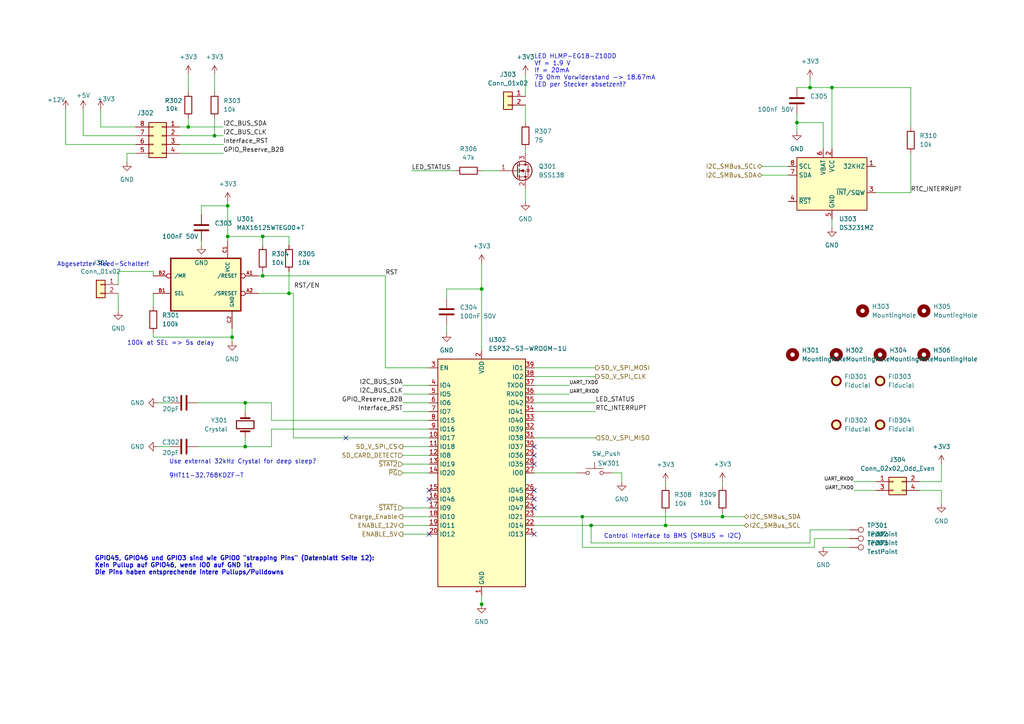
<source format=kicad_sch>
(kicad_sch (version 20211123) (generator eeschema)
  (paper "A4")
  (title_block (date "2022-01-24"))
  (lib_symbols
    (symbol "Connector:TestPoint" (pin_numbers hide) (pin_names (offset 0.762) hide)
      (property "Reference" "TP" (at 0 6.858 0))
      (property "Value" "TestPoint" (at 0 5.08 0))
      (symbol "TestPoint_0_1"
        (circle (center 0 3.302) (radius 0.762))
      )
      (symbol "TestPoint_1_1"
        (pin passive line (at 0 0 90) (length 2.54) (name "1") (number "1"))
      )
    )
    (symbol "Connector_Generic:Conn_01x02" (pin_names (offset 1.016) hide)
      (property "Reference" "J" (at 0 2.54 0))
      (property "Value" "Conn_01x02" (at 0 -5.08 0))
      (symbol "Conn_01x02_1_1"
        (rectangle (start -1.27 -2.413) (end 0 -2.667) (stroke (width 0.1524)))
        (rectangle (start -1.27 0.127) (end 0 -0.127) (stroke (width 0.1524)))
        (rectangle (start -1.27 1.27) (end 1.27 -3.81) (stroke (width 0.254)) (fill (type background)))
        (pin passive line (at -5.08 0 0) (length 3.81) (name "Pin_1") (number "1"))
        (pin passive line (at -5.08 -2.54 0) (length 3.81) (name "Pin_2") (number "2"))
      )
    )
    (symbol "Connector_Generic:Conn_02x02_Odd_Even" (pin_names (offset 1.016) hide)
      (property "Reference" "J" (at 1.27 2.54 0))
      (property "Value" "Conn_02x02_Odd_Even" (at 1.27 -5.08 0))
      (symbol "Conn_02x02_Odd_Even_1_1"
        (rectangle (start -1.27 -2.413) (end 0 -2.667) (stroke (width 0.1524)))
        (rectangle (start -1.27 0.127) (end 0 -0.127) (stroke (width 0.1524)))
        (rectangle (start -1.27 1.27) (end 3.81 -3.81) (stroke (width 0.254)) (fill (type background)))
        (rectangle (start 3.81 -2.413) (end 2.54 -2.667) (stroke (width 0.1524)))
        (rectangle (start 3.81 0.127) (end 2.54 -0.127) (stroke (width 0.1524)))
        (pin passive line (at -5.08 0 0) (length 3.81) (name "Pin_1") (number "1"))
        (pin passive line (at 7.62 0 180) (length 3.81) (name "Pin_2") (number "2"))
        (pin passive line (at -5.08 -2.54 0) (length 3.81) (name "Pin_3") (number "3"))
        (pin passive line (at 7.62 -2.54 180) (length 3.81) (name "Pin_4") (number "4"))
      )
    )
    (symbol "Connector_Generic:Conn_02x04_Counter_Clockwise" (pin_names (offset 1.016) hide)
      (property "Reference" "J" (at 1.27 5.08 0))
      (property "Value" "Conn_02x04_Counter_Clockwise" (at 1.27 -7.62 0))
      (symbol "Conn_02x04_Counter_Clockwise_1_1"
        (rectangle (start -1.27 -4.953) (end 0 -5.207) (stroke (width 0.1524)))
        (rectangle (start -1.27 -2.413) (end 0 -2.667) (stroke (width 0.1524)))
        (rectangle (start -1.27 0.127) (end 0 -0.127) (stroke (width 0.1524)))
        (rectangle (start -1.27 2.667) (end 0 2.413) (stroke (width 0.1524)))
        (rectangle (start -1.27 3.81) (end 3.81 -6.35) (stroke (width 0.254)) (fill (type background)))
        (rectangle (start 3.81 -4.953) (end 2.54 -5.207) (stroke (width 0.1524)))
        (rectangle (start 3.81 -2.413) (end 2.54 -2.667) (stroke (width 0.1524)))
        (rectangle (start 3.81 0.127) (end 2.54 -0.127) (stroke (width 0.1524)))
        (rectangle (start 3.81 2.667) (end 2.54 2.413) (stroke (width 0.1524)))
        (pin passive line (at -5.08 2.54 0) (length 3.81) (name "Pin_1") (number "1"))
        (pin passive line (at -5.08 0 0) (length 3.81) (name "Pin_2") (number "2"))
        (pin passive line (at -5.08 -2.54 0) (length 3.81) (name "Pin_3") (number "3"))
        (pin passive line (at -5.08 -5.08 0) (length 3.81) (name "Pin_4") (number "4"))
        (pin passive line (at 7.62 -5.08 180) (length 3.81) (name "Pin_5") (number "5"))
        (pin passive line (at 7.62 -2.54 180) (length 3.81) (name "Pin_6") (number "6"))
        (pin passive line (at 7.62 0 180) (length 3.81) (name "Pin_7") (number "7"))
        (pin passive line (at 7.62 2.54 180) (length 3.81) (name "Pin_8") (number "8"))
      )
    )
    (symbol "Device:C" (pin_numbers hide) (pin_names (offset 0.254))
      (property "Reference" "C" (at 0.635 2.54 0))
      (property "Value" "C" (at 0.635 -2.54 0))
      (symbol "C_0_1"
        (polyline (pts (xy -2.032 -0.762) (xy 2.032 -0.762)) (stroke (width 0.508)))
        (polyline (pts (xy -2.032 0.762) (xy 2.032 0.762)) (stroke (width 0.508)))
      )
      (symbol "C_1_1"
        (pin passive line (at 0 3.81 270) (length 2.794) (name "~") (number "1"))
        (pin passive line (at 0 -3.81 90) (length 2.794) (name "~") (number "2"))
      )
    )
    (symbol "Device:Crystal" (pin_numbers hide) (pin_names (offset 1.016) hide)
      (property "Reference" "Y" (at 0 3.81 0))
      (property "Value" "Crystal" (at 0 -3.81 0))
      (symbol "Crystal_0_1"
        (rectangle (start -1.143 2.54) (end 1.143 -2.54) (stroke (width 0.3048)))
        (polyline (pts (xy -2.54 0) (xy -1.905 0)))
        (polyline (pts (xy -1.905 -1.27) (xy -1.905 1.27)) (stroke (width 0.508)))
        (polyline (pts (xy 1.905 -1.27) (xy 1.905 1.27)) (stroke (width 0.508)))
        (polyline (pts (xy 2.54 0) (xy 1.905 0)))
      )
      (symbol "Crystal_1_1"
        (pin passive line (at -3.81 0 0) (length 1.27) (name "1") (number "1"))
        (pin passive line (at 3.81 0 180) (length 1.27) (name "2") (number "2"))
      )
    )
    (symbol "Device:R" (pin_numbers hide) (pin_names (offset 0))
      (property "Reference" "R" (at 2.032 0 90))
      (property "Value" "R" (at 0 0 90))
      (symbol "R_0_1"
        (rectangle (start -1.016 -2.54) (end 1.016 2.54) (stroke (width 0.254)))
      )
      (symbol "R_1_1"
        (pin passive line (at 0 3.81 270) (length 1.27) (name "~") (number "1"))
        (pin passive line (at 0 -3.81 90) (length 1.27) (name "~") (number "2"))
      )
    )
    (symbol "HER_Symbole:ESP32-S3-WROOM-1U"
      (property "Reference" "U" (at -12.7 34.29 0))
      (property "Value" "ESP32-S3-WROOM-1U" (at 1.27 34.29 0))
      (symbol "ESP32-S3-WROOM-1U_0_1"
        (rectangle (start -12.7 33.02) (end 12.7 -33.02) (stroke (width 0.254)) (fill (type background)))
      )
      (symbol "ESP32-S3-WROOM-1U_1_1"
        (pin power_in line (at 0 -35.56 90) (length 2.54) (name "GND") (number "1"))
        (pin bidirectional line (at -15.24 10.16 0) (length 2.54) (name "IO17") (number "10"))
        (pin bidirectional line (at -15.24 7.62 0) (length 2.54) (name "IO18") (number "11"))
        (pin bidirectional line (at -15.24 5.08 0) (length 2.54) (name "IO8") (number "12"))
        (pin bidirectional line (at -15.24 2.54 0) (length 2.54) (name "IO19") (number "13"))
        (pin bidirectional line (at -15.24 0 0) (length 2.54) (name "IO20") (number "14"))
        (pin bidirectional line (at -15.24 -5.08 0) (length 2.54) (name "IO3") (number "15"))
        (pin bidirectional line (at -15.24 -7.62 0) (length 2.54) (name "IO46") (number "16"))
        (pin bidirectional line (at -15.24 -10.16 0) (length 2.54) (name "IO9") (number "17"))
        (pin bidirectional line (at -15.24 -12.7 0) (length 2.54) (name "IO10") (number "18"))
        (pin bidirectional line (at -15.24 -15.24 0) (length 2.54) (name "IO11") (number "19"))
        (pin power_in line (at 0 35.56 270) (length 2.54) (name "VDD") (number "2"))
        (pin bidirectional line (at -15.24 -17.78 0) (length 2.54) (name "IO12") (number "20"))
        (pin bidirectional line (at 15.24 -17.78 180) (length 2.54) (name "IO13") (number "21"))
        (pin bidirectional line (at 15.24 -15.24 180) (length 2.54) (name "IO14") (number "22"))
        (pin bidirectional line (at 15.24 -12.7 180) (length 2.54) (name "IO21") (number "23"))
        (pin bidirectional line (at 15.24 -10.16 180) (length 2.54) (name "IO47") (number "24"))
        (pin bidirectional line (at 15.24 -7.62 180) (length 2.54) (name "IO48") (number "25"))
        (pin bidirectional line (at 15.24 -5.08 180) (length 2.54) (name "IO45") (number "26"))
        (pin bidirectional line (at 15.24 0 180) (length 2.54) (name "IO0") (number "27"))
        (pin bidirectional line (at 15.24 2.54 180) (length 2.54) (name "IO35") (number "28"))
        (pin bidirectional line (at 15.24 5.08 180) (length 2.54) (name "IO36") (number "29"))
        (pin input line (at -15.24 30.48 0) (length 2.54) (name "EN") (number "3"))
        (pin bidirectional line (at 15.24 7.62 180) (length 2.54) (name "IO37") (number "30"))
        (pin bidirectional line (at 15.24 10.16 180) (length 2.54) (name "IO38") (number "31"))
        (pin bidirectional line (at 15.24 12.7 180) (length 2.54) (name "IO39") (number "32"))
        (pin bidirectional line (at 15.24 15.24 180) (length 2.54) (name "IO40") (number "33"))
        (pin bidirectional line (at 15.24 17.78 180) (length 2.54) (name "IO41") (number "34"))
        (pin bidirectional line (at 15.24 20.32 180) (length 2.54) (name "IO42") (number "35"))
        (pin bidirectional line (at 15.24 22.86 180) (length 2.54) (name "RXD0") (number "36"))
        (pin bidirectional line (at 15.24 25.4 180) (length 2.54) (name "TXD0") (number "37"))
        (pin bidirectional line (at 15.24 27.94 180) (length 2.54) (name "IO2") (number "38"))
        (pin bidirectional line (at 15.24 30.48 180) (length 2.54) (name "IO1") (number "39"))
        (pin bidirectional line (at -15.24 25.4 0) (length 2.54) (name "IO4") (number "4"))
        (pin passive line (at 0 -35.56 90) (length 2.54) hide (name "GND") (number "40"))
        (pin bidirectional line (at -15.24 22.86 0) (length 2.54) (name "IO5") (number "5"))
        (pin bidirectional line (at -15.24 20.32 0) (length 2.54) (name "IO6") (number "6"))
        (pin bidirectional line (at -15.24 17.78 0) (length 2.54) (name "IO7") (number "7"))
        (pin bidirectional line (at -15.24 15.24 0) (length 2.54) (name "IO15") (number "8"))
        (pin bidirectional line (at -15.24 12.7 0) (length 2.54) (name "IO16") (number "9"))
        (pin passive line (at 0 -35.56 90) (length 2.54) hide (name "GND") (number "EPAD"))
      )
    )
    (symbol "MAX6071ANT25_T:MAX16124{slash}5" (pin_names (offset 1.016))
      (property "Reference" "U?" (at 9.4997 17.78 0))
      (property "Value" "MAX16124/5" (at 9.4997 15.24 0))
      (symbol "MAX16124{slash}5_0_0"
        (rectangle (start -10.16 -7.62) (end 10.16 7.62) (stroke (width 0.41)) (fill (type background)))
        (pin output inverted (at 15.24 2.54 180) (length 5.08) (name "/RESET") (number "A1"))
        (pin output inverted (at 15.24 -2.54 180) (length 5.08) (name "/SRESET") (number "A2"))
        (pin input line (at -15.24 -2.54 0) (length 5.08) (name "SEL") (number "B1"))
        (pin input inverted (at -15.24 2.54 0) (length 5.08) (name "/MR") (number "B2"))
        (pin power_in line (at 6.35 12.7 270) (length 5.08) (name "VCC") (number "C1"))
        (pin power_in line (at 7.62 -12.7 90) (length 5.08) (name "GND") (number "C2"))
      )
    )
    (symbol "Mechanical:Fiducial"
      (property "Reference" "FID" (at 0 5.08 0))
      (property "Value" "Fiducial" (at 0 3.175 0))
      (symbol "Fiducial_0_1"
        (circle (center 0 0) (radius 1.27) (stroke (width 0.508)) (fill (type background)))
      )
    )
    (symbol "Mechanical:MountingHole" (pin_names (offset 1.016))
      (property "Reference" "H" (at 0 5.08 0))
      (property "Value" "MountingHole" (at 0 3.175 0))
      (symbol "MountingHole_0_1"
        (circle (center 0 0) (radius 1.27) (stroke (width 1.27)))
      )
    )
    (symbol "Switch:SW_Push" (pin_numbers hide) (pin_names (offset 1.016) hide)
      (property "Reference" "SW" (at 1.27 2.54 0))
      (property "Value" "SW_Push" (at 0 -1.524 0))
      (symbol "SW_Push_0_1"
        (circle (center -2.032 0) (radius 0.508))
        (polyline (pts (xy 0 1.27) (xy 0 3.048)))
        (polyline (pts (xy 2.54 1.27) (xy -2.54 1.27)))
        (circle (center 2.032 0) (radius 0.508))
        (pin passive line (at -5.08 0 0) (length 2.54) (name "1") (number "1"))
        (pin passive line (at 5.08 0 180) (length 2.54) (name "2") (number "2"))
      )
    )
    (symbol "Timer_RTC:DS3231MZ"
      (property "Reference" "U" (at -7.62 8.89 0))
      (property "Value" "DS3231MZ" (at 11.43 8.89 0))
      (symbol "DS3231MZ_0_1"
        (rectangle (start -10.16 7.62) (end 10.16 -7.62) (stroke (width 0.254)) (fill (type background)))
      )
      (symbol "DS3231MZ_1_1"
        (pin open_collector line (at 12.7 5.08 180) (length 2.54) (name "32KHZ") (number "1"))
        (pin power_in line (at 0 10.16 270) (length 2.54) (name "VCC") (number "2"))
        (pin open_collector line (at 12.7 -2.54 180) (length 2.54) (name "~{INT}/SQW") (number "3"))
        (pin bidirectional line (at -12.7 -5.08 0) (length 2.54) (name "~{RST}") (number "4"))
        (pin power_in line (at 0 -10.16 90) (length 2.54) (name "GND") (number "5"))
        (pin power_in line (at -2.54 10.16 270) (length 2.54) (name "VBAT") (number "6"))
        (pin bidirectional line (at -12.7 2.54 0) (length 2.54) (name "SDA") (number "7"))
        (pin input line (at -12.7 5.08 0) (length 2.54) (name "SCL") (number "8"))
      )
    )
    (symbol "Transistor_FET:BSS138" (pin_names hide)
      (property "Reference" "Q" (at 5.08 1.905 0))
      (property "Value" "BSS138" (at 5.08 0 0))
      (symbol "BSS138_0_1"
        (polyline (pts (xy 0.254 0) (xy -2.54 0)))
        (polyline (pts (xy 0.254 1.905) (xy 0.254 -1.905)) (stroke (width 0.254)))
        (polyline (pts (xy 0.762 -1.27) (xy 0.762 -2.286)) (stroke (width 0.254)))
        (polyline (pts (xy 0.762 0.508) (xy 0.762 -0.508)) (stroke (width 0.254)))
        (polyline (pts (xy 0.762 2.286) (xy 0.762 1.27)) (stroke (width 0.254)))
        (polyline (pts (xy 2.54 2.54) (xy 2.54 1.778)))
        (polyline (pts (xy 2.54 -2.54) (xy 2.54 0) (xy 0.762 0)))
        (polyline (pts (xy 0.762 -1.778) (xy 3.302 -1.778) (xy 3.302 1.778) (xy 0.762 1.778)))
        (polyline (pts (xy 1.016 0) (xy 2.032 0.381) (xy 2.032 -0.381) (xy 1.016 0)) (fill (type outline)))
        (polyline (pts (xy 2.794 0.508) (xy 2.921 0.381) (xy 3.683 0.381) (xy 3.81 0.254)))
        (polyline (pts (xy 3.302 0.381) (xy 2.921 -0.254) (xy 3.683 -0.254) (xy 3.302 0.381)))
        (circle (center 1.651 0) (radius 2.794) (stroke (width 0.254)))
        (circle (center 2.54 -1.778) (radius 0.254) (fill (type outline)))
        (circle (center 2.54 1.778) (radius 0.254) (fill (type outline)))
      )
      (symbol "BSS138_1_1"
        (pin input line (at -5.08 0 0) (length 2.54) (name "G") (number "1"))
        (pin passive line (at 2.54 -5.08 90) (length 2.54) (name "S") (number "2"))
        (pin passive line (at 2.54 5.08 270) (length 2.54) (name "D") (number "3"))
      )
    )
    (symbol "power:+12V" (power) (pin_names (offset 0))
      (property "Value" "+12V" (at 0 3.556 0))
      (symbol "+12V_0_1"
        (polyline (pts (xy -0.762 1.27) (xy 0 2.54)))
        (polyline (pts (xy 0 0) (xy 0 2.54)))
        (polyline (pts (xy 0 2.54) (xy 0.762 1.27)))
      )
      (symbol "+12V_1_1"
        (pin power_in line (at 0 0 90) (length 0) hide (name "+12V") (number "1"))
      )
    )
    (symbol "power:+3.3V" (power) (pin_names (offset 0))
      (property "Value" "+3.3V" (at 0 3.556 0))
      (symbol "+3.3V_0_1"
        (polyline (pts (xy -0.762 1.27) (xy 0 2.54)))
        (polyline (pts (xy 0 0) (xy 0 2.54)))
        (polyline (pts (xy 0 2.54) (xy 0.762 1.27)))
      )
      (symbol "+3.3V_1_1"
        (pin power_in line (at 0 0 90) (length 0) hide (name "+3V3") (number "1"))
      )
    )
    (symbol "power:+5V" (power) (pin_names (offset 0))
      (property "Value" "+5V" (at 0 3.556 0))
      (symbol "+5V_0_1"
        (polyline (pts (xy -0.762 1.27) (xy 0 2.54)))
        (polyline (pts (xy 0 0) (xy 0 2.54)))
        (polyline (pts (xy 0 2.54) (xy 0.762 1.27)))
      )
      (symbol "+5V_1_1"
        (pin power_in line (at 0 0 90) (length 0) hide (name "+5V") (number "1"))
      )
    )
    (symbol "power:GND" (power) (pin_names (offset 0))
      (property "Value" "GND" (at 0 -3.81 0))
      (symbol "GND_0_1"
        (polyline (pts (xy 0 0) (xy 0 -1.27) (xy 1.27 -1.27) (xy 0 -2.54) (xy -1.27 -1.27) (xy 0 -1.27)))
      )
      (symbol "GND_1_1"
        (pin power_in line (at 0 0 270) (length 0) hide (name "GND") (number "1"))
      )
    )
  )
  (junction (at 71.12 129.54))
  (junction (at 234.95 25.4))
  (junction (at 139.7 83.82))
  (junction (at 231.14 35.56))
  (junction (at 67.31 97.79))
  (junction (at 193.04 152.4))
  (junction (at 76.2 80.01))
  (junction (at 76.2 68.58))
  (junction (at 168.91 149.86))
  (junction (at 62.23 39.37))
  (junction (at 139.7 175.26))
  (junction (at 83.82 85.09))
  (junction (at 71.12 116.84))
  (junction (at 171.45 152.4))
  (junction (at 54.61 36.83))
  (junction (at 66.04 68.58))
  (junction (at 209.55 149.86))
  (junction (at 66.04 59.69))
  (junction (at 241.3 25.4))
  (no_connect (at 124.46 154.94))
  (no_connect (at 100.33 127))
  (no_connect (at 154.94 134.62))
  (no_connect (at 154.94 132.08))
  (no_connect (at 154.94 129.54))
  (no_connect (at 154.94 154.94))
  (no_connect (at 154.94 147.32))
  (no_connect (at 154.94 144.78))
  (no_connect (at 154.94 142.24))
  (no_connect (at 124.46 142.24))
  (no_connect (at 124.46 144.78))
  (wire (pts (xy 71.12 116.84) (xy 57.15 116.84)))
  (wire (pts (xy 264.16 36.83) (xy 264.16 25.4)))
  (wire (pts (xy 129.54 94.234) (xy 129.54 96.52)))
  (wire (pts (xy 71.12 116.84) (xy 78.74 116.84)))
  (wire (pts (xy 62.23 34.29) (xy 62.23 39.37)))
  (wire (pts (xy 54.61 36.83) (xy 64.77 36.83)))
  (wire (pts (xy 154.94 119.38) (xy 172.72 119.38)))
  (wire (pts (xy 116.84 116.84) (xy 124.46 116.84)))
  (wire (pts (xy 39.37 44.45) (xy 36.83 44.45)))
  (wire (pts (xy 247.65 139.7) (xy 254 139.7)))
  (wire (pts (xy 231.14 35.56) (xy 231.14 38.1)))
  (wire (pts (xy 180.34 137.16) (xy 180.34 139.7)))
  (wire (pts (xy 193.04 148.59) (xy 193.04 152.4)))
  (wire (pts (xy 171.45 157.48) (xy 234.95 157.48)))
  (wire (pts (xy 238.76 35.56) (xy 231.14 35.56)))
  (wire (pts (xy 193.04 139.827) (xy 193.04 140.97)))
  (wire (pts (xy 83.82 78.74) (xy 83.82 85.09)))
  (wire (pts (xy 24.13 31.75) (xy 24.13 39.37)))
  (wire (pts (xy 67.31 97.79) (xy 67.31 99.06)))
  (wire (pts (xy 154.94 114.3) (xy 165.1 114.3)))
  (wire (pts (xy 209.55 139.7) (xy 209.55 140.97)))
  (wire (pts (xy 154.94 152.4) (xy 171.45 152.4)))
  (wire (pts (xy 154.94 111.76) (xy 165.1 111.76)))
  (wire (pts (xy 34.29 78.74) (xy 34.29 82.55)))
  (wire (pts (xy 220.98 50.8) (xy 228.6 50.8)))
  (wire (pts (xy 247.65 142.24) (xy 254 142.24)))
  (wire (pts (xy 234.95 153.67) (xy 246.38 153.67)))
  (wire (pts (xy 234.95 157.48) (xy 234.95 153.67)))
  (wire (pts (xy 52.07 41.91) (xy 64.77 41.91)))
  (wire (pts (xy 154.94 127) (xy 172.72 127)))
  (wire (pts (xy 76.2 80.01) (xy 74.93 80.01)))
  (wire (pts (xy 71.12 129.54) (xy 57.15 129.54)))
  (wire (pts (xy 129.54 83.82) (xy 129.54 86.614)))
  (wire (pts (xy 58.42 59.69) (xy 66.04 59.69)))
  (wire (pts (xy 154.94 106.68) (xy 172.72 106.68)))
  (wire (pts (xy 71.12 127) (xy 71.12 129.54)))
  (wire (pts (xy 44.45 85.09) (xy 44.45 88.9)))
  (wire (pts (xy 209.55 149.86) (xy 215.9 149.86)))
  (wire (pts (xy 49.53 116.84) (xy 45.72 116.84)))
  (wire (pts (xy 154.94 109.22) (xy 172.72 109.22)))
  (wire (pts (xy 52.07 39.37) (xy 62.23 39.37)))
  (wire (pts (xy 238.76 158.75) (xy 246.38 158.75)))
  (wire (pts (xy 116.84 132.08) (xy 124.46 132.08)))
  (wire (pts (xy 66.04 58.42) (xy 66.04 59.69)))
  (wire (pts (xy 85.09 127) (xy 124.46 127)))
  (wire (pts (xy 168.91 149.86) (xy 209.55 149.86)))
  (wire (pts (xy 116.84 149.86) (xy 124.46 149.86)))
  (wire (pts (xy 116.84 154.94) (xy 124.46 154.94)))
  (wire (pts (xy 129.54 83.82) (xy 139.7 83.82)))
  (wire (pts (xy 58.42 69.85) (xy 58.42 71.12)))
  (wire (pts (xy 266.7 142.24) (xy 273.05 142.24)))
  (wire (pts (xy 152.4 43.18) (xy 152.4 44.45)))
  (wire (pts (xy 76.2 68.58) (xy 83.82 68.58)))
  (wire (pts (xy 76.2 71.12) (xy 76.2 68.58)))
  (wire (pts (xy 171.45 152.4) (xy 171.45 157.48)))
  (wire (pts (xy 119.38 49.53) (xy 132.08 49.53)))
  (wire (pts (xy 238.76 43.18) (xy 238.76 35.56)))
  (wire (pts (xy 168.91 158.75) (xy 168.91 149.86)))
  (wire (pts (xy 52.07 44.45) (xy 64.77 44.45)))
  (wire (pts (xy 78.74 124.46) (xy 124.46 124.46)))
  (wire (pts (xy 83.82 71.12) (xy 83.82 68.58)))
  (wire (pts (xy 49.53 129.54) (xy 45.72 129.54)))
  (wire (pts (xy 266.7 139.7) (xy 273.05 139.7)))
  (wire (pts (xy 231.14 33.02) (xy 231.14 35.56)))
  (wire (pts (xy 83.82 85.09) (xy 85.09 85.09)))
  (wire (pts (xy 54.61 34.29) (xy 54.61 36.83)))
  (wire (pts (xy 171.45 152.4) (xy 193.04 152.4)))
  (wire (pts (xy 116.84 114.3) (xy 124.46 114.3)))
  (wire (pts (xy 116.84 111.76) (xy 124.46 111.76)))
  (wire (pts (xy 71.12 129.54) (xy 78.74 129.54)))
  (wire (pts (xy 58.42 62.23) (xy 58.42 59.69)))
  (wire (pts (xy 116.84 137.16) (xy 124.46 137.16)))
  (wire (pts (xy 85.09 85.09) (xy 85.09 127)))
  (wire (pts (xy 139.7 76.454) (xy 139.7 83.82)))
  (wire (pts (xy 234.95 22.86) (xy 234.95 25.4)))
  (wire (pts (xy 152.4 21.59) (xy 152.4 27.94)))
  (wire (pts (xy 111.76 80.01) (xy 76.2 80.01)))
  (wire (pts (xy 19.05 41.91) (xy 39.37 41.91)))
  (wire (pts (xy 236.22 156.21) (xy 236.22 158.75)))
  (wire (pts (xy 62.23 21.59) (xy 62.23 26.67)))
  (wire (pts (xy 116.84 152.4) (xy 124.46 152.4)))
  (wire (pts (xy 66.04 68.58) (xy 76.2 68.58)))
  (wire (pts (xy 78.74 116.84) (xy 78.74 121.92)))
  (wire (pts (xy 116.84 134.62) (xy 124.46 134.62)))
  (wire (pts (xy 152.4 54.61) (xy 152.4 58.42)))
  (wire (pts (xy 34.29 85.09) (xy 34.29 90.17)))
  (wire (pts (xy 236.22 158.75) (xy 168.91 158.75)))
  (wire (pts (xy 139.7 49.53) (xy 144.78 49.53)))
  (wire (pts (xy 264.16 55.88) (xy 254 55.88)))
  (wire (pts (xy 116.84 129.54) (xy 124.46 129.54)))
  (wire (pts (xy 44.45 97.79) (xy 44.45 96.52)))
  (wire (pts (xy 241.3 63.5) (xy 241.3 66.04)))
  (wire (pts (xy 124.46 121.92) (xy 78.74 121.92)))
  (wire (pts (xy 52.07 36.83) (xy 54.61 36.83)))
  (wire (pts (xy 154.94 149.86) (xy 168.91 149.86)))
  (wire (pts (xy 29.21 36.83) (xy 39.37 36.83)))
  (wire (pts (xy 246.38 156.21) (xy 236.22 156.21)))
  (wire (pts (xy 154.94 137.16) (xy 167.386 137.16)))
  (wire (pts (xy 62.23 39.37) (xy 64.77 39.37)))
  (wire (pts (xy 231.14 25.4) (xy 234.95 25.4)))
  (wire (pts (xy 116.84 147.32) (xy 124.46 147.32)))
  (wire (pts (xy 154.94 116.84) (xy 172.72 116.84)))
  (wire (pts (xy 44.45 78.74) (xy 44.45 80.01)))
  (wire (pts (xy 152.4 30.48) (xy 152.4 35.56)))
  (wire (pts (xy 241.3 43.18) (xy 241.3 25.4)))
  (wire (pts (xy 74.93 85.09) (xy 83.82 85.09)))
  (wire (pts (xy 44.45 97.79) (xy 67.31 97.79)))
  (wire (pts (xy 54.61 21.59) (xy 54.61 26.67)))
  (wire (pts (xy 234.95 25.4) (xy 241.3 25.4)))
  (wire (pts (xy 209.55 148.59) (xy 209.55 149.86)))
  (wire (pts (xy 264.16 44.45) (xy 264.16 55.88)))
  (wire (pts (xy 139.7 172.72) (xy 139.7 175.26)))
  (wire (pts (xy 241.3 25.4) (xy 264.16 25.4)))
  (wire (pts (xy 139.7 83.82) (xy 139.7 101.6)))
  (wire (pts (xy 177.546 137.16) (xy 180.34 137.16)))
  (wire (pts (xy 19.05 31.75) (xy 19.05 41.91)))
  (wire (pts (xy 116.84 119.38) (xy 124.46 119.38)))
  (wire (pts (xy 78.74 129.54) (xy 78.74 124.46)))
  (wire (pts (xy 76.2 78.74) (xy 76.2 80.01)))
  (wire (pts (xy 34.29 78.74) (xy 44.45 78.74)))
  (wire (pts (xy 193.04 152.4) (xy 215.9 152.4)))
  (wire (pts (xy 139.7 175.26) (xy 139.7 175.387)))
  (wire (pts (xy 273.05 134.62) (xy 273.05 139.7)))
  (wire (pts (xy 273.05 142.24) (xy 273.05 146.05)))
  (wire (pts (xy 67.31 95.25) (xy 67.31 97.79)))
  (wire (pts (xy 71.12 116.84) (xy 71.12 119.38)))
  (wire (pts (xy 111.76 106.68) (xy 124.46 106.68)))
  (wire (pts (xy 220.98 48.26) (xy 228.6 48.26)))
  (wire (pts (xy 29.21 31.75) (xy 29.21 36.83)))
  (wire (pts (xy 36.83 44.45) (xy 36.83 46.99)))
  (wire (pts (xy 66.04 59.69) (xy 66.04 68.58)))
  (wire (pts (xy 24.13 39.37) (xy 39.37 39.37)))
  (wire (pts (xy 111.76 106.68) (xy 111.76 80.01)))
  (wire (pts (xy 66.04 68.58) (xy 66.04 69.85)))
  (text "Use external 32kHz Crystal for deep sleep?\n\n9HT11-32.768KDZF-T " (at 49.022 138.811 0) (effects (font (size 1.27 1.27)) (justify left bottom)))
  (text "100k at SEL => 5s delay" (at 36.83 100.33 0) (effects (font (size 1.27 1.27)) (justify left bottom)))
  (text "Control Interface to BMS (SMBUS = I2C)" (at 175.133 156.337 0) (effects (font (size 1.27 1.27)) (justify left bottom)))
  (text "LED HLMP-EG1B-Z10DD\nVf = 1.9 V\nIf = 20mA\n75 Ohm Vorwiderstand -> 18.67mA\nLED per Stecker absetzen!?" (at 154.94 25.4 0) (effects (font (size 1.27 1.27)) (justify left bottom)))
  (text "GPIO45, GPIO46 und GPIO3 sind wie GPIO0 \"strapping Pins\" (Datenblatt Seite 12):\nKein Pullup auf GPIO46, wenn IO0 auf GND ist\nDie Pins haben entsprechende intere Pullups/Pulldowns \n" (at 27.432 166.878 0) (effects (font (size 1.27 1.27) (thickness 0.254) bold) (justify left bottom)))
  (text "Abgesetzter Reed-Schalter!" (at 16.51 77.47 0) (effects (font (size 1.27 1.27)) (justify left bottom)))
  (label "GPIO_Reserve_B2B" (at 116.84 116.84 180))
  (label "I2C_BUS_SDA" (at 116.84 111.76 180))
  (label "UART_TXD0" (at 247.65 142.24 180) (effects (font (size 1.016 1.016))))
  (label "Interface_RST" (at 116.84 119.38 180))
  (label "RST" (at 111.76 80.01 0))
  (label "RST{slash}EN" (at 92.71 83.82 180))
  (label "I2C_BUS_CLK" (at 64.77 39.37 0))
  (label "UART_RXD0" (at 247.65 139.7 180) (effects (font (size 1.016 1.016))))
  (label "LED_STATUS" (at 172.72 116.84 0))
  (label "RTC_INTERRUPT" (at 172.72 119.38 0))
  (label "I2C_BUS_SDA" (at 64.77 36.83 0))
  (label "UART_RXD0" (at 165.1 114.3 0) (effects (font (size 1.016 1.016))))
  (label "LED_STATUS" (at 119.38 49.53 0))
  (label "UART_TXD0" (at 165.1 111.76 0) (effects (font (size 1.016 1.016))))
  (label "Interface_RST" (at 64.77 41.91 0))
  (label "GPIO_Reserve_B2B" (at 64.77 44.45 0))
  (label "RTC_INTERRUPT" (at 264.16 55.88 0))
  (label "I2C_BUS_CLK" (at 116.84 114.3 180))
  (hierarchical_label "I2C_SMBus_SDA" (shape bidirectional) (at 220.98 50.8 180))
  (hierarchical_label "I2C_SMBus_SCL" (shape bidirectional) (at 215.9 152.4 0))
  (hierarchical_label "ENABLE_12V" (shape output) (at 116.84 152.4 180))
  (hierarchical_label "Charge_Enable" (shape output) (at 116.84 149.86 180))
  (hierarchical_label "~{STAT1}" (shape input) (at 116.84 147.32 180))
  (hierarchical_label "ENABLE_5V" (shape output) (at 116.84 154.94 180))
  (hierarchical_label "SD_V_SPI_MISO" (shape input) (at 172.72 127 0))
  (hierarchical_label "~{PG}" (shape input) (at 116.84 137.16 180))
  (hierarchical_label "SD_V_SPI_CS" (shape output) (at 116.84 129.54 180))
  (hierarchical_label "~{STAT2}" (shape input) (at 116.84 134.62 180))
  (hierarchical_label "SD_CARD_DETECT" (shape input) (at 116.84 132.08 180))
  (hierarchical_label "I2C_SMBus_SDA" (shape bidirectional) (at 215.9 149.86 0))
  (hierarchical_label "I2C_SMBus_SCL" (shape bidirectional) (at 220.98 48.26 180))
  (hierarchical_label "SD_V_SPI_MOSI" (shape output) (at 172.72 106.68 0))
  (hierarchical_label "SD_V_SPI_CLK" (shape output) (at 172.72 109.22 0))
  (symbol (lib_id "Switch:SW_Push") (at 172.466 137.16 0) (unit 1)
    (property "Reference" "SW301" (at 179.832 134.366 0) (effects (justify right)))
    (property "Value" "SW_Push" (at 180.086 131.572 0) (effects (justify right)))
    (property "Footprint" "Button_Switch_SMD:SW_SPST_B3U-1000P" (effects hide))
  )
  (symbol (lib_id "Connector:TestPoint") (at 246.38 156.21 270) (unit 1)
    (property "Reference" "TP302" (at 251.46 154.9399 90) (effects (justify left)))
    (property "Value" "TestPoint" (at 251.46 157.4799 90) (effects (justify left)))
    (property "Footprint" "TestPoint:TestPoint_Pad_D1.0mm" (effects hide))
  )
  (symbol (lib_id "Device:R") (at 193.04 144.78 0) (unit 1)
    (property "Reference" "R308" (at 195.58 143.5099 0) (effects (justify left)))
    (property "Value" "10k" (at 195.58 146.0499 0) (effects (justify left)))
    (property "Footprint" "Resistor_SMD:R_0603_1608Metric" (effects hide))
  )
  (symbol (lib_id "Device:R") (at 83.82 74.93 0) (unit 1)
    (property "Reference" "R305" (at 86.36 73.6599 0) (effects (justify left)))
    (property "Value" "10k" (at 86.36 76.1999 0) (effects (justify left)))
    (property "Footprint" "Resistor_SMD:R_0603_1608Metric" (effects hide))
  )
  (symbol (lib_id "Device:R") (at 264.16 40.64 0) (unit 1)
    (property "Reference" "R310" (at 266.7 39.3699 0) (effects (justify left)))
    (property "Value" "10k" (at 266.7 41.9099 0) (effects (justify left)))
    (property "Footprint" "Resistor_SMD:R_0603_1608Metric" (effects hide))
  )
  (symbol (lib_id "Connector_Generic:Conn_01x02") (at 29.21 82.55 0) (mirror y) (unit 1)
    (property "Reference" "J301" (at 29.21 76.2 0))
    (property "Value" "Conn_01x02" (at 29.21 78.74 0))
    (property "Footprint" "Connector_Molex:Molex_PicoBlade_53047-0210_1x02_P1.25mm_Vertical" (effects hide))
  )
  (symbol (lib_id "power:GND") (at 180.34 139.7 0) (unit 1)
    (property "Reference" "#PWR0318" (effects hide))
    (property "Value" "GND" (at 180.34 144.78 0))
  )
  (symbol (lib_id "Device:C") (at 53.34 129.54 270) (mirror x) (unit 1)
    (property "Reference" "C302" (at 49.53 128.27 90))
    (property "Value" "20pF" (at 49.53 131.318 90))
    (property "Footprint" "Capacitor_SMD:C_0603_1608Metric" (effects hide))
  )
  (symbol (lib_id "Mechanical:MountingHole") (at 255.27 102.87 0) (unit 1)
    (property "Reference" "H304" (at 257.937 101.5999 0) (effects (justify left)))
    (property "Value" "MountingHole" (at 257.937 104.1399 0) (effects (justify left)))
    (property "Footprint" "MountingHole:MountingHole_3.2mm_M3_ISO7380" (effects hide))
  )
  (symbol (lib_id "power:GND") (at 273.05 146.05 0) (unit 1)
    (property "Reference" "#PWR0326" (effects hide))
    (property "Value" "GND" (at 273.05 151.13 0))
  )
  (symbol (lib_id "power:+12V") (at 19.05 31.75 0) (unit 1)
    (property "Reference" "#PWR0301" (effects hide))
    (property "Value" "+12V" (at 16.256 28.956 0))
  )
  (symbol (lib_id "power:GND") (at 36.83 46.99 0) (unit 1)
    (property "Reference" "#PWR0305" (effects hide))
    (property "Value" "GND" (at 36.83 52.07 0))
  )
  (symbol (lib_id "Device:R") (at 152.4 39.37 0) (unit 1)
    (property "Reference" "R307" (at 154.94 38.0999 0) (effects (justify left)))
    (property "Value" "75" (at 154.94 40.6399 0) (effects (justify left)))
    (property "Footprint" "Resistor_SMD:R_0603_1608Metric" (effects hide))
  )
  (symbol (lib_id "Device:C") (at 129.54 90.424 0) (unit 1)
    (property "Reference" "C304" (at 133.35 89.1539 0) (effects (justify left)))
    (property "Value" "100nF 50V" (at 133.35 91.6939 0) (effects (justify left)))
    (property "Footprint" "Capacitor_SMD:C_0603_1608Metric" (effects hide))
  )
  (symbol (lib_id "Device:R") (at 62.23 30.48 0) (unit 1)
    (property "Reference" "R303" (at 64.77 29.2099 0) (effects (justify left)))
    (property "Value" "10k" (at 64.77 31.7499 0) (effects (justify left)))
    (property "Footprint" "Resistor_SMD:R_0603_1608Metric" (effects hide))
  )
  (symbol (lib_id "Mechanical:MountingHole") (at 267.97 102.87 0) (unit 1)
    (property "Reference" "H306" (at 270.637 101.5999 0) (effects (justify left)))
    (property "Value" "MountingHole" (at 270.637 104.1399 0) (effects (justify left)))
    (property "Footprint" "MountingHole:MountingHole_3.2mm_M3_ISO7380" (effects hide))
  )
  (symbol (lib_id "power:+3.3V") (at 66.04 58.42 0) (unit 1)
    (property "Reference" "#PWR0311" (effects hide))
    (property "Value" "+3.3V" (at 66.04 53.34 0))
  )
  (symbol (lib_id "HER_Symbole:ESP32-S3-WROOM-1U") (at 139.7 137.16 0) (unit 1)
    (property "Reference" "U302" (at 141.7194 98.552 0) (effects (justify left)))
    (property "Value" "ESP32-S3-WROOM-1U" (at 141.7194 101.092 0) (effects (justify left)))
    (property "Footprint" "HER_Footprints:ESP32-S3-WROOM-1U" (effects hide))
    (property "Datasheet" "https://www.espressif.com/sites/default/files/documentation/esp32-wroom-32d_esp32-wroom-32u_datasheet_en.pdf" (effects hide))
  )
  (symbol (lib_id "power:GND") (at 129.54 96.52 0) (unit 1)
    (property "Reference" "#PWR0313" (effects hide))
    (property "Value" "GND" (at 129.54 101.6 0))
  )
  (symbol (lib_id "Connector:TestPoint") (at 246.38 158.75 270) (unit 1)
    (property "Reference" "TP303" (at 251.46 157.4799 90) (effects (justify left)))
    (property "Value" "TestPoint" (at 251.46 160.0199 90) (effects (justify left)))
    (property "Footprint" "TestPoint:TestPoint_Pad_D1.0mm" (effects hide))
  )
  (symbol (lib_id "Mechanical:MountingHole") (at 229.87 102.87 0) (unit 1)
    (property "Reference" "H301" (at 232.537 101.5999 0) (effects (justify left)))
    (property "Value" "MountingHole" (at 232.537 104.1399 0) (effects (justify left)))
    (property "Footprint" "MountingHole:MountingHole_3.2mm_M3_ISO7380" (effects hide))
  )
  (symbol (lib_id "Device:R") (at 209.55 144.78 0) (unit 1)
    (property "Reference" "R309" (at 202.692 143.51 0) (effects (justify left)))
    (property "Value" "10k" (at 202.946 145.796 0) (effects (justify left)))
    (property "Footprint" "Resistor_SMD:R_0603_1608Metric" (effects hide))
  )
  (symbol (lib_id "Device:R") (at 135.89 49.53 90) (unit 1)
    (property "Reference" "R306" (at 135.89 43.18 90))
    (property "Value" "47k" (at 135.89 45.72 90))
    (property "Footprint" "Resistor_SMD:R_0603_1608Metric" (effects hide))
  )
  (symbol (lib_id "power:+3.3V") (at 54.61 21.59 0) (unit 1)
    (property "Reference" "#PWR0308" (effects hide))
    (property "Value" "+3.3V" (at 54.61 16.51 0))
  )
  (symbol (lib_id "power:+3.3V") (at 29.21 31.75 0) (unit 1)
    (property "Reference" "#PWR0303" (effects hide))
    (property "Value" "+3.3V" (at 30.734 28.702 0))
  )
  (symbol (lib_id "power:+3.3V") (at 152.4 21.59 0) (unit 1)
    (property "Reference" "#PWR0316" (effects hide))
    (property "Value" "+3.3V" (at 152.4 16.51 0))
  )
  (symbol (lib_id "Device:R") (at 44.45 92.71 0) (unit 1)
    (property "Reference" "R301" (at 46.99 91.4399 0) (effects (justify left)))
    (property "Value" "100k" (at 46.99 93.9799 0) (effects (justify left)))
    (property "Footprint" "Resistor_SMD:R_0603_1608Metric" (effects hide))
  )
  (symbol (lib_id "Device:R") (at 76.2 74.93 0) (unit 1)
    (property "Reference" "R304" (at 78.74 73.6599 0) (effects (justify left)))
    (property "Value" "10k" (at 78.74 76.1999 0) (effects (justify left)))
    (property "Footprint" "Resistor_SMD:R_0603_1608Metric" (effects hide))
  )
  (symbol (lib_id "Device:R") (at 54.61 30.48 0) (unit 1)
    (property "Reference" "R302" (at 47.752 29.21 0) (effects (justify left)))
    (property "Value" "10k" (at 48.006 31.496 0) (effects (justify left)))
    (property "Footprint" "Resistor_SMD:R_0603_1608Metric" (effects hide))
  )
  (symbol (lib_id "Mechanical:MountingHole") (at 267.97 90.17 0) (unit 1)
    (property "Reference" "H305" (at 270.637 88.8999 0) (effects (justify left)))
    (property "Value" "MountingHole" (at 270.637 91.4399 0) (effects (justify left)))
    (property "Footprint" "MountingHole:MountingHole_3.2mm_M3_ISO7380" (effects hide))
  )
  (symbol (lib_id "power:GND") (at 45.72 116.84 270) (mirror x) (unit 1)
    (property "Reference" "#PWR0306" (effects hide))
    (property "Value" "GND" (at 41.91 116.8399 90) (effects (justify right)))
  )
  (symbol (lib_id "Connector_Generic:Conn_02x02_Odd_Even") (at 259.08 139.7 0) (unit 1)
    (property "Reference" "J304" (at 260.35 133.35 0))
    (property "Value" "Conn_02x02_Odd_Even" (at 260.35 135.89 0))
    (property "Footprint" "Connector_PinHeader_2.54mm:PinHeader_2x02_P2.54mm_Vertical" (effects hide))
  )
  (symbol (lib_id "power:GND") (at 67.31 99.06 0) (unit 1)
    (property "Reference" "#PWR0312" (effects hide))
    (property "Value" "GND" (at 67.31 104.14 0))
  )
  (symbol (lib_id "power:GND") (at 58.42 71.12 0) (unit 1)
    (property "Reference" "#PWR0309" (effects hide))
    (property "Value" "GND" (at 58.42 76.2 0))
  )
  (symbol (lib_id "power:+3.3V") (at 62.23 21.59 0) (unit 1)
    (property "Reference" "#PWR0310" (effects hide))
    (property "Value" "+3.3V" (at 62.23 16.51 0))
  )
  (symbol (lib_id "power:+5V") (at 24.13 31.75 0) (unit 1)
    (property "Reference" "#PWR0302" (effects hide))
    (property "Value" "+5V" (at 24.13 27.686 0))
  )
  (symbol (lib_id "power:+3.3V") (at 139.7 76.454 0) (unit 1)
    (property "Reference" "#PWR0314" (effects hide))
    (property "Value" "+3.3V" (at 139.7 71.374 0))
  )
  (symbol (lib_id "power:GND") (at 34.29 90.17 0) (unit 1)
    (property "Reference" "#PWR0304" (effects hide))
    (property "Value" "GND" (at 34.29 95.25 0))
  )
  (symbol (lib_id "Timer_RTC:DS3231MZ") (at 241.3 53.34 0) (unit 1)
    (property "Reference" "U303" (at 243.3194 63.5 0) (effects (justify left)))
    (property "Value" "DS3231MZ" (at 243.3194 66.04 0) (effects (justify left)))
    (property "Footprint" "Package_SO:SOIC-8_3.9x4.9mm_P1.27mm" (effects hide))
    (property "Datasheet" "http://datasheets.maximintegrated.com/en/ds/DS3231M.pdf" (effects hide))
  )
  (symbol (lib_id "Connector_Generic:Conn_01x02") (at 147.32 27.94 0) (mirror y) (unit 1)
    (property "Reference" "J303" (at 147.32 21.59 0))
    (property "Value" "Conn_01x02" (at 147.32 24.13 0))
    (property "Footprint" "Connector_Molex:Molex_PicoBlade_53047-0210_1x02_P1.25mm_Vertical" (effects hide))
  )
  (symbol (lib_id "Mechanical:MountingHole") (at 242.57 102.87 0) (unit 1)
    (property "Reference" "H302" (at 245.237 101.5999 0) (effects (justify left)))
    (property "Value" "MountingHole" (at 245.237 104.1399 0) (effects (justify left)))
    (property "Footprint" "MountingHole:MountingHole_3.2mm_M3_ISO7380" (effects hide))
  )
  (symbol (lib_id "power:+3.3V") (at 234.95 22.86 0) (unit 1)
    (property "Reference" "#PWR0322" (effects hide))
    (property "Value" "+3.3V" (at 234.95 17.78 0))
  )
  (symbol (lib_id "power:+3.3V") (at 193.04 139.827 0) (unit 1)
    (property "Reference" "#PWR0319" (effects hide))
    (property "Value" "+3.3V" (at 193.04 134.747 0))
  )
  (symbol (lib_id "Mechanical:Fiducial") (at 242.57 123.19 0) (unit 1)
    (property "Reference" "FID302" (at 244.856 121.9199 0) (effects (justify left)))
    (property "Value" "Fiducial" (at 244.856 124.4599 0) (effects (justify left)))
    (property "Footprint" "Sonstiges:Passmarke" (effects hide))
  )
  (symbol (lib_id "Device:C") (at 231.14 29.21 0) (unit 1)
    (property "Reference" "C305" (at 234.95 27.9399 0) (effects (justify left)))
    (property "Value" "100nF 50V" (at 219.71 31.75 0) (effects (justify left)))
    (property "Footprint" "Capacitor_SMD:C_0603_1608Metric" (effects hide))
  )
  (symbol (lib_id "power:+3.3V") (at 273.05 134.62 0) (unit 1)
    (property "Reference" "#PWR0325" (effects hide))
    (property "Value" "+3.3V" (at 273.05 129.54 0))
  )
  (symbol (lib_id "Device:C") (at 53.34 116.84 270) (mirror x) (unit 1)
    (property "Reference" "C301" (at 49.53 115.824 90))
    (property "Value" "20pF" (at 49.53 118.618 90))
    (property "Footprint" "Capacitor_SMD:C_0603_1608Metric" (effects hide))
  )
  (symbol (lib_id "MAX6071ANT25_T:MAX16124{slash}5") (at 59.69 82.55 0) (unit 1)
    (property "Reference" "U301" (at 68.58 63.5 0) (effects (justify left)))
    (property "Value" "MAX16125WTEG00+T" (at 68.58 66.04 0) (effects (justify left)))
    (property "Footprint" "MAX6071ANT25_T:WLP-6" (effects hide))
    (property "MF" "Maxim Integrated Products" (effects hide))
    (property "DESCRIPTION" "Series Voltage Reference IC ±0.1% 6-WLP _1.42x0.78_" (effects hide))
    (property "PACKAGE" "WLP-6 Maxim" (effects hide))
    (property "PRICE" "None" (effects hide))
    (property "Package" "None" (effects hide))
    (property "Check_prices" "https://www.snapeda.com/parts/MAX6071ANT25+T/Analog+Devices/view-part/?ref=eda" (effects hide))
    (property "Price" "None" (effects hide))
    (property "SnapEDA_Link" "https://www.snapeda.com/parts/MAX6071ANT25+T/Analog+Devices/view-part/?ref=snap" (effects hide))
    (property "MP" "MAX6071ANT25+T" (effects hide))
    (property "Availability" "In Stock" (effects hide))
    (property "AVAILABILITY" "Unavailable" (effects hide))
    (property "Description" "\nSeries Voltage Reference IC Fixed 2.5V V ±0.1% 10 mA 6-WLP (1.42x0.78)\n" (effects hide))
  )
  (symbol (lib_id "power:GND") (at 139.7 175.26 0) (unit 1)
    (property "Reference" "#PWR0315" (effects hide))
    (property "Value" "GND" (at 139.7 180.34 0))
  )
  (symbol (lib_id "Transistor_FET:BSS138") (at 149.86 49.53 0) (unit 1)
    (property "Reference" "Q301" (at 156.21 48.2599 0) (effects (justify left)))
    (property "Value" "BSS138" (at 156.21 50.7999 0) (effects (justify left)))
    (property "Footprint" "Package_TO_SOT_SMD:SOT-23" (effects hide))
    (property "Datasheet" "https://www.onsemi.com/pub/Collateral/BSS138-D.PDF" (effects hide))
  )
  (symbol (lib_id "Mechanical:Fiducial") (at 242.57 110.49 0) (unit 1)
    (property "Reference" "FID301" (at 244.856 109.2199 0) (effects (justify left)))
    (property "Value" "Fiducial" (at 244.856 111.7599 0) (effects (justify left)))
    (property "Footprint" "Sonstiges:Passmarke" (effects hide))
  )
  (symbol (lib_id "power:GND") (at 45.72 129.54 270) (mirror x) (unit 1)
    (property "Reference" "#PWR0307" (effects hide))
    (property "Value" "GND" (at 41.91 129.5399 90) (effects (justify right)))
  )
  (symbol (lib_id "Mechanical:Fiducial") (at 255.27 123.19 0) (unit 1)
    (property "Reference" "FID304" (at 257.556 121.9199 0) (effects (justify left)))
    (property "Value" "Fiducial" (at 257.556 124.4599 0) (effects (justify left)))
    (property "Footprint" "Sonstiges:Passmarke" (effects hide))
  )
  (symbol (lib_id "power:GND") (at 238.76 158.75 0) (unit 1)
    (property "Reference" "#PWR0323" (effects hide))
    (property "Value" "GND" (at 238.76 163.83 0))
  )
  (symbol (lib_id "power:GND") (at 231.14 38.1 0) (unit 1)
    (property "Reference" "#PWR0321" (effects hide))
    (property "Value" "GND" (at 231.14 43.18 0))
  )
  (symbol (lib_id "Device:C") (at 58.42 66.04 0) (unit 1)
    (property "Reference" "C303" (at 62.23 64.7699 0) (effects (justify left)))
    (property "Value" "100nF 50V" (at 46.99 68.58 0) (effects (justify left)))
    (property "Footprint" "Capacitor_SMD:C_0603_1608Metric" (effects hide))
  )
  (symbol (lib_id "Connector_Generic:Conn_02x04_Counter_Clockwise") (at 46.99 39.37 0) (mirror y) (unit 1)
    (property "Reference" "J302" (at 42.164 32.766 0))
    (property "Value" "Conn_02x04_Counter_Clockwise" (effects hide))
    (property "Footprint" "Connector_PinHeader_2.54mm:PinHeader_2x04_P2.54mm_Horizontal" (effects hide))
  )
  (symbol (lib_id "Device:Crystal") (at 71.12 123.19 270) (mirror x) (unit 1)
    (property "Reference" "Y301" (at 66.04 121.92 90) (effects (justify right)))
    (property "Value" "Crystal" (at 66.04 124.46 90) (effects (justify right)))
    (property "Footprint" "Crystal:Crystal_SMD_TXC_9HT11-2Pin_2.0x1.2mm" (effects hide))
  )
  (symbol (lib_id "Mechanical:Fiducial") (at 255.27 110.49 0) (unit 1)
    (property "Reference" "FID303" (at 257.556 109.2199 0) (effects (justify left)))
    (property "Value" "Fiducial" (at 257.556 111.7599 0) (effects (justify left)))
    (property "Footprint" "Sonstiges:Passmarke" (effects hide))
  )
  (symbol (lib_id "power:GND") (at 241.3 66.04 0) (unit 1)
    (property "Reference" "#PWR0324" (effects hide))
    (property "Value" "GND" (at 241.3 71.12 0))
  )
  (symbol (lib_id "power:GND") (at 152.4 58.42 0) (unit 1)
    (property "Reference" "#PWR0317" (effects hide))
    (property "Value" "GND" (at 152.4 63.5 0))
  )
  (symbol (lib_id "Mechanical:MountingHole") (at 250.19 90.17 0) (unit 1)
    (property "Reference" "H303" (at 252.857 88.8999 0) (effects (justify left)))
    (property "Value" "MountingHole" (at 252.857 91.4399 0) (effects (justify left)))
    (property "Footprint" "MountingHole:MountingHole_3.2mm_M3_ISO7380" (effects hide))
  )
  (symbol (lib_id "power:+3.3V") (at 209.55 139.7 0) (unit 1)
    (property "Reference" "#PWR0320" (effects hide))
    (property "Value" "+3.3V" (at 209.55 134.62 0))
  )
  (symbol (lib_id "Connector:TestPoint") (at 246.38 153.67 270) (unit 1)
    (property "Reference" "TP301" (at 251.46 152.3999 90) (effects (justify left)))
    (property "Value" "TestPoint" (at 251.46 154.9399 90) (effects (justify left)))
    (property "Footprint" "TestPoint:TestPoint_Pad_D1.0mm" (effects hide))
  )
)
</source>
